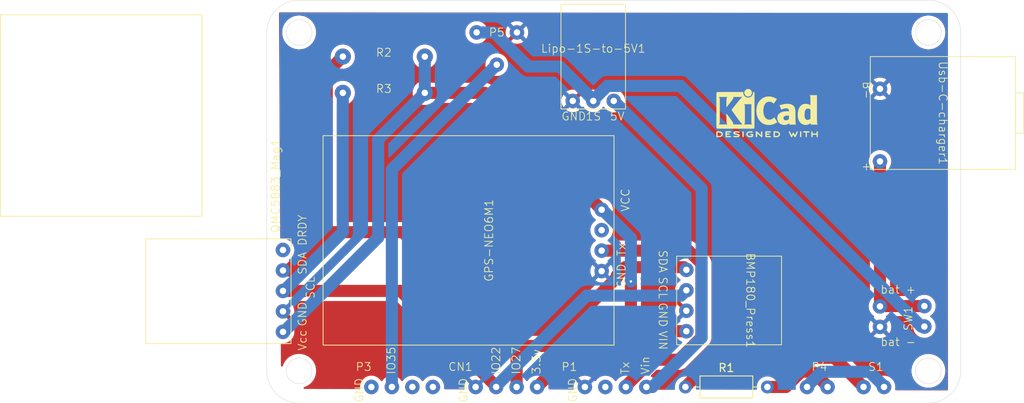
<source format=kicad_pcb>
(kicad_pcb (version 20221018) (generator pcbnew)
  (layers (0 "F.Cu" signal) (31 "B.Cu" signal) (34 "B.Paste" user) (35 "F.Paste" user) (36 "B.SilkS" user "B.Silkscreen") (37 "F.SilkS" user "F.Silkscreen") (38 "B.Mask" user) (39 "F.Mask" user) (44 "Edge.Cuts" user))
  (net 0 "")
  (net 1 "Net-(R1-Pad1)")
  (net 2 "Net-(P4-Pin_1)")
  (net 3 "Net-(BT1-+)")
  (net 4 "GNDREF")
  (net 5 "Net-(Lipo-1S-to-5V1-OUT_5V)")
  (net 6 "Net-(GPS-NEO6M1-TX)")
  (net 10 "Net-(P3-Pin_3)")
  (net 12 "Net-(P4-Pin_2)")
  (net 14 "Net-(BMP180_Press1-VIN)")
  (net 15 "Net-(BMP180_Press1-SDA)")
  (net 16 "Net-(BMP180_Press1-SCL)")
  (net 17 "Net-(Lipo-1S-to-5V1-IN_3.7v)")
  (footprint "BertheShema:2 trous standard" (layer "F.Cu") (at 173.5 132.5)
    (fp_text reference "SW1" (at -2 -1 90 unlocked) (layer "F.SilkS") (effects (font (thickness 0.1))))
    (fp_text value "SW_DIP_x01" hide)
    (pad "1" thru_hole circle (at 0 0) (size 1.8 1.8) (drill 0.8) (layers "*.Cu" "*.Mask") (net 17 "Net-(Lipo-1S-to-5V1-IN_3.7v)"))
    (pad "2" thru_hole circle (at 0 -2.54) (size 1.8 1.8) (drill 0.8) (layers "*.Cu" "*.Mask") (net 3 "Net-(BT1-+)"))
  )
  (footprint "BertheShema:Usb-C-Charger" (layer "F.Cu") (at 175.8 106 -90)
    (fp_text reference "Usb-C-charger1" (at 0 0 -90 unlocked) (layer "F.SilkS") (effects (font (thickness 0.1))))
    (fp_text value "-" hide)
    (fp_text user "B-" (at -4 10 -90 unlocked) (layer "F.SilkS") (effects (font (thickness 0.1)) (justify left bottom)))
    (fp_text user "+" (at 6 10 -90 unlocked) (layer "F.SilkS") (effects (font (thickness 0.1)) (justify left bottom)))
    (pad "1" thru_hole circle (at -3 7.8 270) (size 1.8 1.8) (drill 0.8) (layers "*.Cu" "*.Mask") (net 4 "GNDREF"))
    (pad "2" thru_hole circle (at 6 7.8 270) (size 1.8 1.8) (drill 0.8) (layers "*.Cu" "*.Mask") (net 3 "Net-(BT1-+)"))
  )
  (footprint "Resistor_THT:R_Axial_DIN0207_L6.3mm_D2.5mm_P10.16mm_Horizontal" (layer "F.Cu") (at 143.88 140)
    (fp_text reference "R1" (at 5.08 -2.37) (layer "F.SilkS"))
    (fp_text value "3.6 ohms" hide)
    (pad "1" thru_hole circle (at 0 0) (size 1.6 1.6) (drill 0.8) (layers "*.Cu" "*.Mask") (net 1 "Net-(R1-Pad1)"))
    (pad "2" thru_hole oval (at 10.16 0) (size 1.6 1.6) (drill 0.8) (layers "*.Cu" "*.Mask") (net 2 "Net-(P4-Pin_1)"))
  )
  (footprint "BertheShema:4 trous standard" (layer "F.Cu") (at 122.96 140 90)
    (fp_text reference "CN1" (at 2.5 -6.96 unlocked) (layer "F.SilkS") (effects (font (thickness 0.1))))
    (fp_text value "Temperature and humidity interface" hide)
    (fp_text user "GND" (at -2 -6 90 unlocked) (layer "F.SilkS") (effects (font (thickness 0.1)) (justify left bottom)))
    (pad "1" thru_hole circle (at 0 2.54 90) (size 1.8 1.8) (drill 0.8) (layers "*.Cu" "*.Mask") (net 14 "Net-(BMP180_Press1-VIN)"))
    (pad "2" thru_hole circle (at 0 0 90) (size 1.8 1.8) (drill 0.8) (layers "*.Cu" "*.Mask") (net 15 "Net-(BMP180_Press1-SDA)"))
    (pad "3" thru_hole circle (at 0 -2.54 90) (size 1.8 1.8) (drill 0.8) (layers "*.Cu" "*.Mask") (net 16 "Net-(BMP180_Press1-SCL)"))
    (pad "4" thru_hole circle (at 0 -5.08 90) (size 1.8 1.8) (drill 0.8) (layers "*.Cu" "*.Mask") (net 4 "GNDREF"))
  )
  (footprint "Symbol:KiCad-Logo2_5mm_SilkScreen" (layer "F.Cu") (at 154 106)
    (fp_text reference "ESP32-2432S028_WROOM-32" hide)
    (fp_text value "-" hide)
  )
  (footprint "BertheShema:R_47" (layer "F.Cu") (at 106.5 99)
    (fp_text reference "R2" (at 0 -0.5 unlocked) (layer "F.SilkS") (effects (font (thickness 0.1))))
    (fp_text value "4.7k")
    (pad "1" thru_hole circle (at 5.08 0) (size 2 2) (drill 0.8) (layers "*.Cu" "*.Mask") (net 14 "Net-(BMP180_Press1-VIN)"))
    (pad "2" thru_hole circle (at -5.08 0) (size 2 2) (drill 0.8) (layers "*.Cu" "*.Mask") (net 15 "Net-(BMP180_Press1-SDA)"))
  )
  (footprint "BertheShema:2 trous standard" (layer "F.Cu") (at 168.5 140 90)
    (fp_text reference "S1" (at 2.5 -1 unlocked) (layer "F.SilkS") (effects (font (thickness 0.1))))
    (fp_text value "Speaker 2W 8ohms" hide)
    (pad "1" thru_hole circle (at 0 0 90) (size 1.8 1.8) (drill 0.8) (layers "*.Cu" "*.Mask") (net 12 "Net-(P4-Pin_2)"))
    (pad "2" thru_hole circle (at 0 -2.54 90) (size 1.8 1.8) (drill 0.8) (layers "*.Cu" "*.Mask") (net 1 "Net-(R1-Pad1)"))
  )
  (footprint "BertheShema:2 trous standard" (layer "F.Cu") (at 161.5 140 90)
    (fp_text reference "P4" (at 2.5 -1 unlocked) (layer "F.SilkS") (effects (font (thickness 0.1))))
    (fp_text value "SPEAK" hide)
    (pad "1" thru_hole circle (at 0 0 90) (size 1.8 1.8) (drill 0.8) (layers "*.Cu" "*.Mask") (net 2 "Net-(P4-Pin_1)"))
    (pad "2" thru_hole circle (at 0 -2.54 90) (size 1.8 1.8) (drill 0.8) (layers "*.Cu" "*.Mask") (net 12 "Net-(P4-Pin_2)"))
  )
  (footprint "BertheShema:GPSNEO6V2" (layer "F.Cu") (at 131.976 121.81 90)
    (fp_text reference "GPS-NEO6M1" (at 0 -12.44 90 unlocked) (layer "F.SilkS") (effects (font (thickness 0.1))))
    (fp_text value "-" hide)
    (fp_text user "Tx" (at -2 4.56 90 unlocked) (layer "F.SilkS") (effects (font (thickness 0.1)) (justify left bottom)))
    (fp_text user "GND" (at -6 4.56 90 unlocked) (layer "F.SilkS") (effects (font (thickness 0.1)) (justify left bottom)))
    (fp_text user "VCC" (at 3.5 5.06 90 unlocked) (layer "F.SilkS") (effects (font (thickness 0.1)) (justify left bottom)))
    (pad "1" thru_hole circle (at -3.81 1.524 90) (size 1.8 1.8) (drill 0.8) (layers "*.Cu" "*.Mask") (net 4 "GNDREF"))
    (pad "2" thru_hole circle (at -1.27 1.524 90) (size 1.8 1.8) (drill 0.8) (layers "*.Cu" "*.Mask") (net 6 "Net-(GPS-NEO6M1-TX)"))
    (pad "3" thru_hole circle (at 1.27 1.524 90) (size 1.8 1.8) (drill 0.8) (layers "*.Cu" "*.Mask"))
    (pad "4" thru_hole circle (at 3.81 1.524 90) (size 1.8 1.8) (drill 0.8) (layers "*.Cu" "*.Mask") (net 14 "Net-(BMP180_Press1-VIN)"))
  )
  (footprint "BertheShema:R_47" (layer "F.Cu") (at 106.5 103.5)
    (fp_text reference "R3" (at 0 -0.5 unlocked) (layer "F.SilkS") (effects (font (thickness 0.1))))
    (fp_text value "4.7k")
    (pad "1" thru_hole circle (at 5.08 0) (size 2 2) (drill 0.8) (layers "*.Cu" "*.Mask") (net 14 "Net-(BMP180_Press1-VIN)"))
    (pad "2" thru_hole circle (at -5.08 0) (size 2 2) (drill 0.8) (layers "*.Cu" "*.Mask") (net 16 "Net-(BMP180_Press1-SCL)"))
  )
  (footprint "BertheShema:1S-to-5v" (layer "F.Cu") (at 132.46 100.5)
    (fp_text reference "Lipo-1S-to-5V1" (at 0 -2.5 unlocked) (layer "F.SilkS") (effects (font (thickness 0.1))))
    (fp_text value "-")
    (fp_text user "GND" (at -4 6.5 unlocked) (layer "F.SilkS") (effects (font (thickness 0.1)) (justify left bottom)))
    (fp_text user "1S" (at -1 6.5 unlocked) (layer "F.SilkS") (effects (font (thickness 0.1)) (justify left bottom)))
    (fp_text user "5V" (at 2 6.5 unlocked) (layer "F.SilkS") (effects (font (thickness 0.1)) (justify left bottom)))
    (pad "1" thru_hole circle (at -2.54 4) (size 1.8 1.8) (drill 0.8) (layers "*.Cu" "*.Mask") (net 4 "GNDREF"))
    (pad "2" thru_hole circle (at 0 4) (size 1.8 1.8) (drill 0.8) (layers "*.Cu" "*.Mask") (net 17 "Net-(Lipo-1S-to-5V1-IN_3.7v)"))
    (pad "3" thru_hole circle (at 2.54 4) (size 1.8 1.8) (drill 0.8) (layers "*.Cu" "*.Mask") (net 5 "Net-(Lipo-1S-to-5V1-OUT_5V)"))
  )
  (footprint "BertheShema:2 trous standard" (layer "F.Cu") (at 168 130 180)
    (fp_text reference "BT1" hide)
    (fp_text value "Battery_Cell" hide)
    (pad "1" thru_hole circle (at 0 0 180) (size 1.8 1.8) (drill 0.8) (layers "*.Cu" "*.Mask") (net 3 "Net-(BT1-+)"))
    (pad "2" thru_hole circle (at 0 -2.54 180) (size 1.8 1.8) (drill 0.8) (layers "*.Cu" "*.Mask") (net 4 "GNDREF"))
  )
  (footprint "BertheShema:QMC5883" (layer "F.Cu") (at 88 128.12 90)
    (fp_text reference "QMC5883_Mag1" (at 13.08 5.08 90 unlocked) (layer "F.SilkS") (effects (font (thickness 0.1))))
    (fp_text value "~")
    (fp_text user "GND" (at -4.42 9 90 unlocked) (layer "F.SilkS") (effects (font (thickness 0.1)) (justify left bottom)))
    (fp_text user "SDA" (at 2 9 90 unlocked) (layer "F.SilkS") (effects (font (thickness 0.1)) (justify left bottom)))
    (fp_text user "SCL" (at -1 10 90 unlocked) (layer "F.SilkS") (effects (font (thickness 0.1)) (justify left bottom)))
    (fp_text user "Vcc" (at -7.42 9 90 unlocked) (layer "F.SilkS") (effects (font (thickness 0.1)) (justify left bottom)))
    (fp_text user "DRDY" (at 5.58 9 90 unlocked) (layer "F.SilkS") (effects (font (thickness 0.1)) (justify left bottom)))
    (pad "1" thru_hole circle (at -5.04 6 90) (size 1.8 1.8) (drill 0.8) (layers "*.Cu" "*.Mask") (net 14 "Net-(BMP180_Press1-VIN)"))
    (pad "2" thru_hole circle (at -2.5 6 90) (size 1.8 1.8) (drill 0.8) (layers "*.Cu" "*.Mask") (net 4 "GNDREF"))
    (pad "3" thru_hole circle (at 0.04 6 90) (size 1.8 1.8) (drill 0.8) (layers "*.Cu" "*.Mask") (net 16 "Net-(BMP180_Press1-SCL)"))
    (pad "4" thru_hole circle (at 2.58 6 90) (size 1.8 1.8) (drill 0.8) (layers "*.Cu" "*.Mask") (net 15 "Net-(BMP180_Press1-SDA)"))
    (pad "5" thru_hole circle (at 5.12 6 90) (size 1.8 1.8) (drill 0.8) (layers "*.Cu" "*.Mask"))
  )
  (footprint "BertheShema:4 trous standard" (layer "F.Cu") (at 136.5 140 90)
    (fp_text reference "P1" (at 2.5 -7 unlocked) (layer "F.SilkS") (effects (font (thickness 0.1))))
    (fp_text value "Power supply base" hide)
    (fp_text user "GND" (at -2 -6 90 unlocked) (layer "F.SilkS") (effects (font (thickness 0.1)) (justify left bottom)))
    (pad "1" thru_hole circle (at 0 2.54 90) (size 1.8 1.8) (drill 0.8) (layers "*.Cu" "*.Mask") (net 5 "Net-(Lipo-1S-to-5V1-OUT_5V)"))
    (pad "2" thru_hole circle (at 0 0 90) (size 1.8 1.8) (drill 0.8) (layers "*.Cu" "*.Mask") (net 6 "Net-(GPS-NEO6M1-TX)"))
    (pad "3" thru_hole circle (at 0 -2.54 90) (size 1.8 1.8) (drill 0.8) (layers "*.Cu" "*.Mask"))
    (pad "4" thru_hole circle (at 0 -5.08 90) (size 1.8 1.8) (drill 0.8) (layers "*.Cu" "*.Mask") (net 4 "GNDREF"))
  )
  (footprint "BertheShema:potentiometre" (layer "F.Cu") (at 120.5 96.5)
    (fp_text reference "P5" (at 0 -0.5 unlocked) (layer "F.SilkS") (effects (font (thickness 0.1))))
    (fp_text value "10 k ohms" hide)
    (pad "1" thru_hole circle (at -2.5 -0.5) (size 1.8 1.8) (drill 0.8) (layers "*.Cu" "*.Mask") (net 17 "Net-(Lipo-1S-to-5V1-IN_3.7v)"))
    (pad "2" thru_hole circle (at 0 3.5) (size 1.8 1.8) (drill 0.8) (layers "*.Cu" "*.Mask") (net 10 "Net-(P3-Pin_3)"))
    (pad "3" thru_hole circle (at 2.5 -0.5) (size 1.8 1.8) (drill 0.8) (layers "*.Cu" "*.Mask") (net 4 "GNDREF"))
  )
  (footprint "BertheShema:BMP180" (layer "F.Cu") (at 146.4 129.26 -90)
    (fp_text reference "BMP180_Press1" (at 0 -5.54 -90 unlocked) (layer "F.SilkS") (effects (font (thickness 0.1))))
    (fp_text value "~")
    (fp_text user "SCL" (at -3 5.898 -90 unlocked) (layer "F.SilkS") (effects (font (thickness 0.1)) (justify left bottom)))
    (fp_text user "SDA" (at -6.31 5.898 -90 unlocked) (layer "F.SilkS") (effects (font (thickness 0.1)) (justify left bottom)))
    (fp_text user "VIN" (at 3.69 5.898 -90 unlocked) (layer "F.SilkS") (effects (font (thickness 0.1)) (justify left bottom)))
    (fp_text user "GND" (at 0.19 5.898 -90 unlocked) (layer "F.SilkS") (effects (font (thickness 0.1)) (justify left bottom)))
    (pad "1" thru_hole circle (at -3.8 2.4 270) (size 1.8 1.8) (drill 0.8) (layers "*.Cu" "*.Mask") (net 15 "Net-(BMP180_Press1-SDA)"))
    (pad "2" thru_hole circle (at -1.26 2.4 270) (size 1.8 1.8) (drill 0.8) (layers "*.Cu" "*.Mask") (net 16 "Net-(BMP180_Press1-SCL)"))
    (pad "3" thru_hole circle (at 1.28 2.4 270) (size 1.8 1.8) (drill 0.8) (layers "*.Cu" "*.Mask") (net 4 "GNDREF"))
    (pad "4" thru_hole circle (at 3.82 2.4 270) (size 1.8 1.8) (drill 0.8) (layers "*.Cu" "*.Mask") (net 14 "Net-(BMP180_Press1-VIN)"))
  )
  (footprint "BertheShema:4 trous standard" (layer "F.Cu") (at 110.04 140 90)
    (fp_text reference "P3" (at 2.5 -6.04 unlocked) (layer "F.SilkS") (effects (font (thickness 0.1))))
    (fp_text value "Extended IO" hide)
    (fp_text user "GND" (at -2 -6 90 unlocked) (layer "F.SilkS") (effects (font (thickness 0.1)) (justify left bottom)))
    (pad "1" thru_hole circle (at 0 2.54 90) (size 1.8 1.8) (drill 0.8) (layers "*.Cu" "*.Mask"))
    (pad "2" thru_hole circle (at 0 0 90) (size 1.8 1.8) (drill 0.8) (layers "*.Cu" "*.Mask"))
    (pad "3" thru_hole circle (at 0 -2.54 90) (size 1.8 1.8) (drill 0.8) (layers "*.Cu" "*.Mask") (net 10 "Net-(P3-Pin_3)"))
    (pad "4" thru_hole circle (at 0 -5.08 90) (size 1.8 1.8) (drill 0.8) (layers "*.Cu" "*.Mask"))
  )
  (gr_arc (start 178 138) (mid 176.828427 140.828427) (end 174 142) (stroke (width 0.05)) (layer "Edge.Cuts"))
  (gr_circle (center 174 96) (end 175.6 96) (stroke (width 0.05)) (fill none) (layer "Edge.Cuts"))
  (gr_line (start 174 142) (end 96 142) (stroke (width 0.05)) (layer "Edge.Cuts"))
  (gr_line (start 96 92) (end 174 92) (stroke (width 0.05)) (layer "Edge.Cuts"))
  (gr_circle (center 96 138) (end 97.6 138) (stroke (width 0.05)) (fill none) (layer "Edge.Cuts"))
  (gr_arc (start 92 96) (mid 93.171573 93.171573) (end 96 92) (stroke (width 0.05)) (layer "Edge.Cuts"))
  (gr_arc (start 96 142) (mid 93.171573 140.828427) (end 92 138) (stroke (width 0.05)) (layer "Edge.Cuts"))
  (gr_line (start 92 138) (end 92 96) (stroke (width 0.05)) (layer "Edge.Cuts"))
  (gr_arc (start 174 92) (mid 176.828427 93.171573) (end 178 96) (stroke (width 0.05)) (layer "Edge.Cuts"))
  (gr_circle (center 96 96) (end 97.6 96) (stroke (width 0.05)) (fill none) (layer "Edge.Cuts"))
  (gr_circle (center 174 138) (end 175.6 138) (stroke (width 0.05)) (fill none) (layer "Edge.Cuts"))
  (gr_line (start 178 96) (end 178 138) (stroke (width 0.05)) (layer "Edge.Cuts"))
  (gr_text "IO27" (at 123.5 138.5 90) (layer "F.SilkS") (effects (font (size 1 1) (thickness 0.1)) (justify left bottom)))
  (gr_text "Vin" (at 139.5 138.5 90) (layer "F.SilkS") (effects (font (size 1 1) (thickness 0.1)) (justify left bottom)))
  (gr_text "bat +" (at 168 128.5) (layer "F.SilkS") (effects (font (size 1 1) (thickness 0.1)) (justify left bottom)))
  (gr_text "Tx" (at 137 138.5 90) (layer "F.SilkS") (effects (font (size 1 1) (thickness 0.1)) (justify left bottom)))
  (gr_text "IO22" (at 121 138.5 90) (layer "F.SilkS") (effects (font (size 1 1) (thickness 0.1)) (justify left bottom)))
  (gr_text "3.3v" (at 126 138.5 90) (layer "F.SilkS") (effects (font (size 1 1) (thickness 0.1)) (justify left bottom)))
  (gr_text "bat -" (at 168 135) (layer "F.SilkS") (effects (font (size 1 1) (thickness 0.1)) (justify left bottom)))
  (gr_text "IO35" (at 108 138.5 90) (layer "F.SilkS") (effects (font (size 1 1) (thickness 0.1)) (justify left bottom)))
  (segment (start 165.96 140) (end 162.3455 136.3855) (width 1.5) (layer "F.Cu") (net 1))
  (segment (start 162.3455 136.3855) (end 147.4945 136.3855) (width 1.5) (layer "F.Cu") (net 1))
  (segment (start 147.4945 136.3855) (end 143.88 140) (width 1.5) (layer "F.Cu") (net 1))
  (segment (start 154.04 140) (end 156.34 140) (width 1.5) (layer "F.Cu") (net 2))
  (segment (start 159.692 138.1023) (end 161.5 139.9103) (width 1.5) (layer "F.Cu") (net 2))
  (segment (start 158.2377 138.1023) (end 159.692 138.1023) (width 1.5) (layer "F.Cu") (net 2))
  (segment (start 161.5 139.9103) (end 161.5 140) (width 1.5) (layer "F.Cu") (net 2))
  (segment (start 156.34 140) (end 158.2377 138.1023) (width 1.5) (layer "F.Cu") (net 2))
  (segment (start 168 129.96) (end 173.5 129.96) (width 1.5) (layer "F.Cu") (net 3))
  (segment (start 168 129.96) (end 168 130) (width 1.5) (layer "F.Cu") (net 3))
  (segment (start 168 112) (end 168 129.96) (width 1.5) (layer "F.Cu") (net 3))
  (segment (start 145.8903 133.892) (end 139.7823 140) (width 1.5) (layer "B.Cu") (net 5))
  (segment (start 135 104.5) (end 145.8903 115.3903) (width 1.5) (layer "B.Cu") (net 5))
  (segment (start 139.7823 140) (end 139.04 140) (width 1.5) (layer "B.Cu") (net 5))
  (segment (start 145.8903 115.3903) (end 145.8903 133.892) (width 1.5) (layer "B.Cu") (net 5))
  (segment (start 145.8592 124.6704) (end 145.8592 133.851) (width 1.5) (layer "F.Cu") (net 6))
  (segment (start 145.8592 133.851) (end 143.092 136.6182) (width 1.5) (layer "F.Cu") (net 6))
  (segment (start 139.776 136.6182) (end 136.5 139.8942) (width 1.5) (layer "F.Cu") (net 6))
  (segment (start 133.5 123.08) (end 144.2688 123.08) (width 1.5) (layer "F.Cu") (net 6))
  (segment (start 144.2688 123.08) (end 145.8592 124.6704) (width 1.5) (layer "F.Cu") (net 6))
  (segment (start 136.5 139.8942) (end 136.5 140) (width 1.5) (layer "F.Cu") (net 6))
  (segment (start 143.092 136.6182) (end 139.776 136.6182) (width 1.5) (layer "F.Cu") (net 6))
  (segment (start 107.5 113) (end 107.5 140) (width 1.5) (layer "B.Cu") (net 10))
  (segment (start 120.5 100) (end 107.5 113) (width 1.5) (layer "B.Cu") (net 10))
  (segment (start 166.7036 138.1152) (end 168.5 139.9116) (width 1.5) (layer "B.Cu") (net 12))
  (segment (start 168.5 139.9116) (end 168.5 140) (width 1.5) (layer "B.Cu") (net 12))
  (segment (start 158.96 139.9211) (end 160.7659 138.1152) (width 1.5) (layer "B.Cu") (net 12))
  (segment (start 160.7659 138.1152) (end 166.7036 138.1152) (width 1.5) (layer "B.Cu") (net 12))
  (segment (start 158.96 140) (end 158.96 139.9211) (width 1.5) (layer "B.Cu") (net 12))
  (segment (start 119 103.5) (end 111.58 103.5) (width 1.5) (layer "F.Cu") (net 14))
  (segment (start 132.42 133.08) (end 125.5 140) (width 1.5) (layer "F.Cu") (net 14))
  (segment (start 133.5 118) (end 119 103.5) (width 1.5) (layer "F.Cu") (net 14))
  (segment (start 144 133.08) (end 137.1246 133.08) (width 1.5) (layer "F.Cu") (net 14))
  (segment (start 137.1246 133.08) (end 132.42 133.08) (width 1.5) (layer "F.Cu") (net 14))
  (segment (start 137.1246 126.8999) (end 137.1246 133.08) (width 1.5) (layer "F.Cu") (net 14))
  (via (at 137.1246 126.8999) (size 0.6) (drill 0.3) (layers "F.Cu" "B.Cu") (net 14))
  (segment (start 111.58 103.5) (end 105.7981 109.2819) (width 1.5) (layer "B.Cu") (net 14))
  (segment (start 111.58 99) (end 111.58 103.5) (width 1.5) (layer "B.Cu") (net 14))
  (segment (start 137.1246 121.5328) (end 137.1246 126.8999) (width 1.5) (layer "B.Cu") (net 14))
  (segment (start 133.5 118) (end 133.5918 118) (width 1.5) (layer "B.Cu") (net 14))
  (segment (start 94.0913 133.16) (end 94 133.16) (width 1.5) (layer "B.Cu") (net 14))
  (segment (start 105.7981 121.4532) (end 94.0913 133.16) (width 1.5) (layer "B.Cu") (net 14))
  (segment (start 105.7981 109.2819) (end 105.7981 121.4532) (width 1.5) (layer "B.Cu") (net 14))
  (segment (start 133.5918 118) (end 137.1246 121.5328) (width 1.5) (layer "B.Cu") (net 14))
  (segment (start 108.8376 120.7852) (end 122.96 134.9076) (width 1.5) (layer "F.Cu") (net 15))
  (segment (start 99.4281 120.7852) (end 108.8376 120.7852) (width 1.5) (layer "F.Cu") (net 15))
  (segment (start 143.6786 125.1386) (end 136.418 125.1386) (width 1.5) (layer "F.Cu") (net 15))
  (segment (start 136.418 125.1386) (end 135.3873 126.1693) (width 1.5) (layer "F.Cu") (net 15))
  (segment (start 94 125.54) (end 94.6733 125.54) (width 1.5) (layer "F.Cu") (net 15))
  (segment (start 99.4281 120.7852) (end 99.4281 100.9919) (width 1.5) (layer "F.Cu") (net 15))
  (segment (start 135.3873 126.4179) (end 126.8976 134.9076) (width 1.5) (layer "F.Cu") (net 15))
  (segment (start 135.3873 126.1693) (end 135.3873 126.4179) (width 1.5) (layer "F.Cu") (net 15))
  (segment (start 122.96 134.9076) (end 122.96 140) (width 1.5) (layer "F.Cu") (net 15))
  (segment (start 94.6733 125.54) (end 99.4281 120.7852) (width 1.5) (layer "F.Cu") (net 15))
  (segment (start 99.4281 100.9919) (end 101.42 99) (width 1.5) (layer "F.Cu") (net 15))
  (segment (start 144 125.46) (end 143.6786 125.1386) (width 1.5) (layer "F.Cu") (net 15))
  (segment (start 126.8976 134.9076) (end 122.96 134.9076) (width 1.5) (layer "F.Cu") (net 15))
  (segment (start 120.42 139.921) (end 108.579 128.08) (width 1.5) (layer "F.Cu") (net 16))
  (segment (start 108.579 128.08) (end 94 128.08) (width 1.5) (layer "F.Cu") (net 16))
  (segment (start 120.42 140) (end 120.42 139.921) (width 1.5) (layer "F.Cu") (net 16))
  (segment (start 120.42 139.8901) (end 120.42 140) (width 1.5) (layer "B.Cu") (net 16))
  (segment (start 144 128) (end 143.3324 128.6676) (width 1.5) (layer "B.Cu") (net 16))
  (segment (start 94.1027 128.08) (end 94 128.08) (width 1.5) (layer "B.Cu") (net 16))
  (segment (start 101.42 103.5) (end 101.42 120.7627) (width 1.5) (layer "B.Cu") (net 16))
  (segment (start 131.6425 128.6676) (end 120.42 139.8901) (width 1.5) (layer "B.Cu") (net 16))
  (segment (start 143.3324 128.6676) (end 131.6425 128.6676) (width 1.5) (layer "B.Cu") (net 16))
  (segment (start 101.42 120.7627) (end 94.1027 128.08) (width 1.5) (layer "B.Cu") (net 16))
  (segment (start 120.1643 96) (end 124.3976 100.2333) (width 1.5) (layer "B.Cu") (net 17))
  (segment (start 118 96) (end 120.1643 96) (width 1.5) (layer "B.Cu") (net 17))
  (segment (start 143.2647 102.6374) (end 173.1273 132.5) (width 1.5) (layer "B.Cu") (net 17))
  (segment (start 132.46 104.5) (end 132.46 104.3843) (width 1.5) (layer "B.Cu") (net 17))
  (segment (start 134.2069 102.6374) (end 143.2647 102.6374) (width 1.5) (layer "B.Cu") (net 17))
  (segment (start 173.1273 132.5) (end 173.5 132.5) (width 1.5) (layer "B.Cu") (net 17))
  (segment (start 128.309 100.2333) (end 132.46 104.3843) (width 1.5) (layer "B.Cu") (net 17))
  (segment (start 124.3976 100.2333) (end 128.309 100.2333) (width 1.5) (layer "B.Cu") (net 17))
  (segment (start 132.46 104.3843) (end 134.2069 102.6374) (width 1.5) (layer "B.Cu") (net 17))
  (zone (net 4) (net_name "GNDREF") (layer "F.Cu") (connect_pads (clearance 0.5)) (min_thickness 0.25) (fill yes (thermal_gap 0.5) (thermal_bridge_width 0.5))
    (polygon (pts (xy 93.501674 93.501674) (xy 176.383886 93.616114) (xy 176.427243 140.427243) (xy 93.76349 140.23651)))
  )
  (zone (net 4) (net_name "GNDREF") (layer "B.Cu") (priority 1) (connect_pads (clearance 0.5)) (min_thickness 0.25) (fill yes (thermal_gap 0.5) (thermal_bridge_width 0.5))
    (polygon (pts (xy 176.422032 93.577968) (xy 176.389096 140.389096) (xy 93.76349 140.23651) (xy 93.539821 93.539821)))
  )
)
</source>
